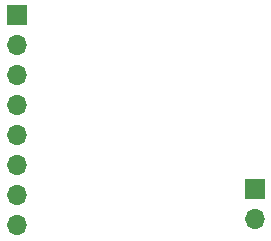
<source format=gbs>
%TF.GenerationSoftware,KiCad,Pcbnew,(6.0.0)*%
%TF.CreationDate,2022-03-13T20:48:30-04:00*%
%TF.ProjectId,dual LED board,6475616c-204c-4454-9420-626f6172642e,rev?*%
%TF.SameCoordinates,Original*%
%TF.FileFunction,Soldermask,Bot*%
%TF.FilePolarity,Negative*%
%FSLAX46Y46*%
G04 Gerber Fmt 4.6, Leading zero omitted, Abs format (unit mm)*
G04 Created by KiCad (PCBNEW (6.0.0)) date 2022-03-13 20:48:30*
%MOMM*%
%LPD*%
G01*
G04 APERTURE LIST*
%ADD10R,1.700000X1.700000*%
%ADD11O,1.700000X1.700000*%
G04 APERTURE END LIST*
D10*
%TO.C,J2*%
X155575000Y-58420000D03*
D11*
X155575000Y-60960000D03*
X155575000Y-63500000D03*
X155575000Y-66040000D03*
X155575000Y-68580000D03*
X155575000Y-71120000D03*
X155575000Y-73660000D03*
X155575000Y-76200000D03*
%TD*%
D10*
%TO.C,J1*%
X175768000Y-73147000D03*
D11*
X175768000Y-75687000D03*
%TD*%
M02*

</source>
